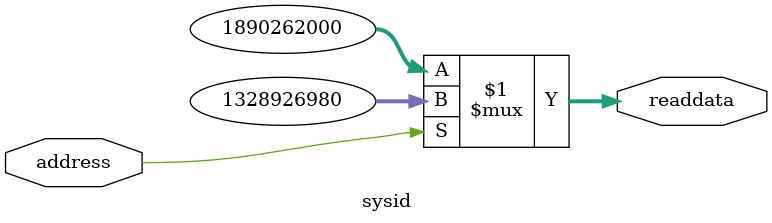
<source format=v>

`timescale 1ns / 1ps
// synthesis translate_on

// turn off superfluous verilog processor warnings 
// altera message_level Level1 
// altera message_off 10034 10035 10036 10037 10230 10240 10030 

module sysid (
               // inputs:
                address,

               // outputs:
                readdata
             )
;

  output  [ 31: 0] readdata;
  input            address;

  wire    [ 31: 0] readdata;
  //control_slave, which is an e_avalon_slave
  assign readdata = address ? 1328926980 : 1890262000;

endmodule


</source>
